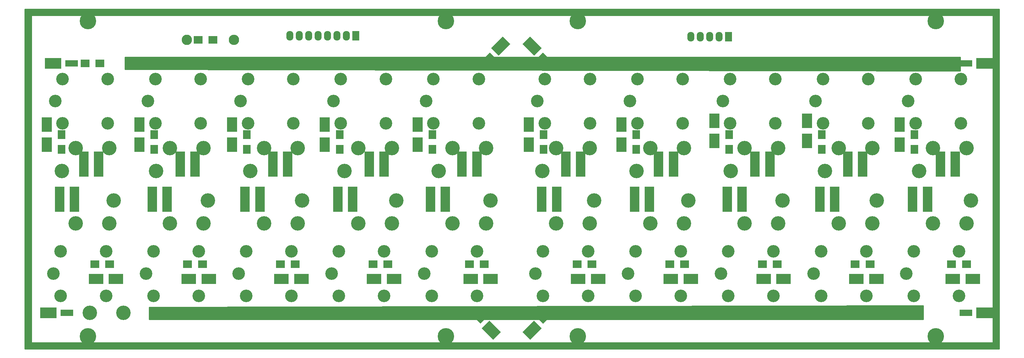
<source format=gbs>
G04 #@! TF.FileFunction,Soldermask,Bot*
%FSLAX46Y46*%
G04 Gerber Fmt 4.6, Leading zero omitted, Abs format (unit mm)*
G04 Created by KiCad (PCBNEW 4.0.6) date 08/11/17 10:43:16*
%MOMM*%
%LPD*%
G01*
G04 APERTURE LIST*
%ADD10C,0.100000*%
%ADD11C,3.400000*%
%ADD12C,4.464000*%
%ADD13C,3.900000*%
%ADD14R,2.700000X3.900000*%
%ADD15R,3.900000X2.700000*%
%ADD16R,4.400000X2.900000*%
%ADD17R,3.400000X1.700000*%
%ADD18R,2.000000X2.400000*%
%ADD19R,2.400000X2.000000*%
%ADD20C,2.800000*%
%ADD21O,2.800000X2.800000*%
%ADD22O,1.924000X2.597100*%
%ADD23R,1.924000X2.597100*%
%ADD24R,2.600000X6.750000*%
%ADD25C,0.254000*%
G04 APERTURE END LIST*
D10*
D11*
X248000000Y-101500000D03*
X248000000Y-113500000D03*
X235800000Y-113500000D03*
X235800000Y-101500000D03*
X233800000Y-107500000D03*
X173500000Y-55000000D03*
X173500000Y-67000000D03*
X161300000Y-67000000D03*
X161300000Y-55000000D03*
X159300000Y-61000000D03*
D12*
X38100000Y-39370000D03*
X38100000Y-124460000D03*
X266700000Y-39370000D03*
X266700000Y-124460000D03*
X134620000Y-124460000D03*
X134620000Y-39370000D03*
X170180000Y-39370000D03*
X170180000Y-124460000D03*
D13*
X31100000Y-79820000D03*
X45100000Y-87820000D03*
X56500000Y-79820000D03*
X70500000Y-87820000D03*
X81900000Y-79820000D03*
X95900000Y-87820000D03*
X107300000Y-79820000D03*
X121300000Y-87820000D03*
X132700000Y-79820000D03*
X146700000Y-87820000D03*
X160640000Y-79820000D03*
X174640000Y-87820000D03*
X186040000Y-79820000D03*
X200040000Y-87820000D03*
X211440000Y-79820000D03*
X225440000Y-87820000D03*
X236840000Y-79820000D03*
X250840000Y-87820000D03*
X262240000Y-79820000D03*
X276240000Y-87820000D03*
D14*
X27000000Y-67300000D03*
X27000000Y-72700000D03*
D15*
X40300000Y-109000000D03*
X45700000Y-109000000D03*
D14*
X52000000Y-67300000D03*
X52000000Y-72700000D03*
D15*
X65300000Y-109000000D03*
X70700000Y-109000000D03*
D14*
X77000000Y-67300000D03*
X77000000Y-72700000D03*
D15*
X90300000Y-109000000D03*
X95700000Y-109000000D03*
D14*
X102000000Y-67300000D03*
X102000000Y-72700000D03*
D15*
X115300000Y-109000000D03*
X120700000Y-109000000D03*
D14*
X127000000Y-67300000D03*
X127000000Y-72700000D03*
D15*
X141300000Y-109000000D03*
X146700000Y-109000000D03*
D14*
X157000000Y-67300000D03*
X157000000Y-72700000D03*
D15*
X170300000Y-109000000D03*
X175700000Y-109000000D03*
D14*
X182000000Y-67300000D03*
X182000000Y-72700000D03*
D15*
X195300000Y-109000000D03*
X200700000Y-109000000D03*
D14*
X207000000Y-66300000D03*
X207000000Y-71700000D03*
D15*
X220300000Y-109000000D03*
X225700000Y-109000000D03*
D14*
X232000000Y-66300000D03*
X232000000Y-71700000D03*
D15*
X245300000Y-109000000D03*
X250700000Y-109000000D03*
D14*
X257000000Y-67300000D03*
X257000000Y-72700000D03*
D15*
X271300000Y-109000000D03*
X276700000Y-109000000D03*
D16*
X27480000Y-118110000D03*
D17*
X32480000Y-118110000D03*
D16*
X28750000Y-50800000D03*
D17*
X33750000Y-50800000D03*
D16*
X279860000Y-50800000D03*
D17*
X274860000Y-50800000D03*
D16*
X279860000Y-118110000D03*
D17*
X274860000Y-118110000D03*
D10*
G36*
X144320380Y-122240990D02*
X146370990Y-120190380D01*
X149482260Y-123301650D01*
X147431650Y-125352260D01*
X144320380Y-122240990D01*
X144320380Y-122240990D01*
G37*
G36*
X141562664Y-118634745D02*
X142764745Y-117432664D01*
X145168908Y-119836827D01*
X143966827Y-121038908D01*
X141562664Y-118634745D01*
X141562664Y-118634745D01*
G37*
G36*
X160479620Y-46669010D02*
X158429010Y-48719620D01*
X155317740Y-45608350D01*
X157368350Y-43557740D01*
X160479620Y-46669010D01*
X160479620Y-46669010D01*
G37*
G36*
X163237336Y-50275255D02*
X162035255Y-51477336D01*
X159631092Y-49073173D01*
X160833173Y-47871092D01*
X163237336Y-50275255D01*
X163237336Y-50275255D01*
G37*
G36*
X148910990Y-48719620D02*
X146860380Y-46669010D01*
X149971650Y-43557740D01*
X152022260Y-45608350D01*
X148910990Y-48719620D01*
X148910990Y-48719620D01*
G37*
G36*
X145304745Y-51477336D02*
X144102664Y-50275255D01*
X146506827Y-47871092D01*
X147708908Y-49073173D01*
X145304745Y-51477336D01*
X145304745Y-51477336D01*
G37*
G36*
X158429010Y-120190380D02*
X160479620Y-122240990D01*
X157368350Y-125352260D01*
X155317740Y-123301650D01*
X158429010Y-120190380D01*
X158429010Y-120190380D01*
G37*
G36*
X162035255Y-117432664D02*
X163237336Y-118634745D01*
X160833173Y-121038908D01*
X159631092Y-119836827D01*
X162035255Y-117432664D01*
X162035255Y-117432664D01*
G37*
D18*
X31000000Y-74000000D03*
X31000000Y-70000000D03*
D19*
X69000000Y-105000000D03*
X65000000Y-105000000D03*
D18*
X81000000Y-74000000D03*
X81000000Y-70000000D03*
X106000000Y-74000000D03*
X106000000Y-70000000D03*
X131000000Y-74000000D03*
X131000000Y-70000000D03*
X161000000Y-74000000D03*
X161000000Y-70000000D03*
X186000000Y-74000000D03*
X186000000Y-70000000D03*
X211000000Y-74000000D03*
X211000000Y-70000000D03*
X236000000Y-74000000D03*
X236000000Y-70000000D03*
X261000000Y-74000000D03*
X261000000Y-70000000D03*
D19*
X41370000Y-50800000D03*
X37370000Y-50800000D03*
X44000000Y-105000000D03*
X40000000Y-105000000D03*
D18*
X56000000Y-74000000D03*
X56000000Y-70000000D03*
D19*
X94000000Y-105000000D03*
X90000000Y-105000000D03*
X119000000Y-105000000D03*
X115000000Y-105000000D03*
X145000000Y-105000000D03*
X141000000Y-105000000D03*
X174000000Y-105000000D03*
X170000000Y-105000000D03*
X199000000Y-105000000D03*
X195000000Y-105000000D03*
X224000000Y-105000000D03*
X220000000Y-105000000D03*
X249000000Y-105000000D03*
X245000000Y-105000000D03*
X275000000Y-105000000D03*
X271000000Y-105000000D03*
D13*
X47680000Y-118110000D03*
X38680000Y-118110000D03*
X34870000Y-93980000D03*
X43870000Y-93980000D03*
X34870000Y-73660000D03*
X43870000Y-73660000D03*
X60270000Y-93980000D03*
X69270000Y-93980000D03*
X60270000Y-73660000D03*
X69270000Y-73660000D03*
X85670000Y-93980000D03*
X94670000Y-93980000D03*
X85670000Y-73660000D03*
X94670000Y-73660000D03*
X111070000Y-93980000D03*
X120070000Y-93980000D03*
X111070000Y-73660000D03*
X120070000Y-73660000D03*
X136470000Y-93980000D03*
X145470000Y-93980000D03*
X136470000Y-73660000D03*
X145470000Y-73660000D03*
X164410000Y-93980000D03*
X173410000Y-93980000D03*
X164410000Y-73660000D03*
X173410000Y-73660000D03*
X189810000Y-93980000D03*
X198810000Y-93980000D03*
X189810000Y-73660000D03*
X198810000Y-73660000D03*
X215210000Y-93980000D03*
X224210000Y-93980000D03*
X215210000Y-73660000D03*
X224210000Y-73660000D03*
X240610000Y-93980000D03*
X249610000Y-93980000D03*
X240610000Y-73660000D03*
X249610000Y-73660000D03*
X266010000Y-93980000D03*
X275010000Y-93980000D03*
X266010000Y-73660000D03*
X275010000Y-73660000D03*
D19*
X71850000Y-44450000D03*
X67850000Y-44450000D03*
D20*
X64770000Y-44450000D03*
D21*
X77470000Y-44450000D03*
D22*
X95150000Y-43326200D03*
X100230000Y-43326200D03*
X102770000Y-43326200D03*
X105310000Y-43326200D03*
X92610000Y-43326200D03*
X97690000Y-43326200D03*
D23*
X110390000Y-43326200D03*
D22*
X107850000Y-43326200D03*
X205750000Y-43576200D03*
X200670000Y-43576200D03*
X203210000Y-43576200D03*
D23*
X210830000Y-43576200D03*
D22*
X208290000Y-43576200D03*
D11*
X43000000Y-101500000D03*
X43000000Y-113500000D03*
X30800000Y-113500000D03*
X30800000Y-101500000D03*
X28800000Y-107500000D03*
X43500000Y-55000000D03*
X43500000Y-67000000D03*
X31300000Y-67000000D03*
X31300000Y-55000000D03*
X29300000Y-61000000D03*
X68000000Y-101500000D03*
X68000000Y-113500000D03*
X55800000Y-113500000D03*
X55800000Y-101500000D03*
X53800000Y-107500000D03*
X68500000Y-55000000D03*
X68500000Y-67000000D03*
X56300000Y-67000000D03*
X56300000Y-55000000D03*
X54300000Y-61000000D03*
X93000000Y-101500000D03*
X93000000Y-113500000D03*
X80800000Y-113500000D03*
X80800000Y-101500000D03*
X78800000Y-107500000D03*
X93500000Y-55000000D03*
X93500000Y-67000000D03*
X81300000Y-67000000D03*
X81300000Y-55000000D03*
X79300000Y-61000000D03*
X118000000Y-101500000D03*
X118000000Y-113500000D03*
X105800000Y-113500000D03*
X105800000Y-101500000D03*
X103800000Y-107500000D03*
X118500000Y-55000000D03*
X118500000Y-67000000D03*
X106300000Y-67000000D03*
X106300000Y-55000000D03*
X104300000Y-61000000D03*
X143000000Y-101500000D03*
X143000000Y-113500000D03*
X130800000Y-113500000D03*
X130800000Y-101500000D03*
X128800000Y-107500000D03*
X143500000Y-55000000D03*
X143500000Y-67000000D03*
X131300000Y-67000000D03*
X131300000Y-55000000D03*
X129300000Y-61000000D03*
X173000000Y-101500000D03*
X173000000Y-113500000D03*
X160800000Y-113500000D03*
X160800000Y-101500000D03*
X158800000Y-107500000D03*
X198000000Y-101500000D03*
X198000000Y-113500000D03*
X185800000Y-113500000D03*
X185800000Y-101500000D03*
X183800000Y-107500000D03*
X198500000Y-55000000D03*
X198500000Y-67000000D03*
X186300000Y-67000000D03*
X186300000Y-55000000D03*
X184300000Y-61000000D03*
X223000000Y-101500000D03*
X223000000Y-113500000D03*
X210800000Y-113500000D03*
X210800000Y-101500000D03*
X208800000Y-107500000D03*
X223500000Y-55000000D03*
X223500000Y-67000000D03*
X211300000Y-67000000D03*
X211300000Y-55000000D03*
X209300000Y-61000000D03*
X248500000Y-55000000D03*
X248500000Y-67000000D03*
X236300000Y-67000000D03*
X236300000Y-55000000D03*
X234300000Y-61000000D03*
X273000000Y-101500000D03*
X273000000Y-113500000D03*
X260800000Y-113500000D03*
X260800000Y-101500000D03*
X258800000Y-107500000D03*
X273500000Y-55000000D03*
X273500000Y-67000000D03*
X261300000Y-67000000D03*
X261300000Y-55000000D03*
X259300000Y-61000000D03*
D24*
X30500000Y-87500000D03*
X34500000Y-87500000D03*
X41000000Y-78000000D03*
X37000000Y-78000000D03*
X55500000Y-87500000D03*
X59500000Y-87500000D03*
X67000000Y-78000000D03*
X63000000Y-78000000D03*
X80500000Y-87500000D03*
X84500000Y-87500000D03*
X92000000Y-78000000D03*
X88000000Y-78000000D03*
X105500000Y-87500000D03*
X109500000Y-87500000D03*
X118000000Y-78000000D03*
X114000000Y-78000000D03*
X130500000Y-87500000D03*
X134500000Y-87500000D03*
X143000000Y-78000000D03*
X139000000Y-78000000D03*
X160500000Y-87500000D03*
X164500000Y-87500000D03*
X171000000Y-78000000D03*
X167000000Y-78000000D03*
X185500000Y-87500000D03*
X189500000Y-87500000D03*
X196000000Y-78000000D03*
X192000000Y-78000000D03*
X210500000Y-87500000D03*
X214500000Y-87500000D03*
X222000000Y-78000000D03*
X218000000Y-78000000D03*
X235500000Y-87500000D03*
X239500000Y-87500000D03*
X247000000Y-78000000D03*
X243000000Y-78000000D03*
X260500000Y-87500000D03*
X264500000Y-87500000D03*
X272000000Y-78000000D03*
X268000000Y-78000000D03*
D25*
G36*
X283873000Y-127873000D02*
X21127000Y-127873000D01*
X21127000Y-38000000D01*
X22873000Y-38000000D01*
X22873000Y-126000000D01*
X22883006Y-126049410D01*
X22911447Y-126091035D01*
X22953841Y-126118315D01*
X23000000Y-126127000D01*
X282000000Y-126127000D01*
X282049410Y-126116994D01*
X282091035Y-126088553D01*
X282118315Y-126046159D01*
X282127000Y-126000000D01*
X282127000Y-38000000D01*
X282116994Y-37950590D01*
X282088553Y-37908965D01*
X282046159Y-37881685D01*
X282000000Y-37873000D01*
X23000000Y-37873000D01*
X22950590Y-37883006D01*
X22908965Y-37911447D01*
X22881685Y-37953841D01*
X22873000Y-38000000D01*
X21127000Y-38000000D01*
X21127000Y-36127000D01*
X283873000Y-36127000D01*
X283873000Y-127873000D01*
X283873000Y-127873000D01*
G37*
X283873000Y-127873000D02*
X21127000Y-127873000D01*
X21127000Y-38000000D01*
X22873000Y-38000000D01*
X22873000Y-126000000D01*
X22883006Y-126049410D01*
X22911447Y-126091035D01*
X22953841Y-126118315D01*
X23000000Y-126127000D01*
X282000000Y-126127000D01*
X282049410Y-126116994D01*
X282091035Y-126088553D01*
X282118315Y-126046159D01*
X282127000Y-126000000D01*
X282127000Y-38000000D01*
X282116994Y-37950590D01*
X282088553Y-37908965D01*
X282046159Y-37881685D01*
X282000000Y-37873000D01*
X23000000Y-37873000D01*
X22950590Y-37883006D01*
X22908965Y-37911447D01*
X22881685Y-37953841D01*
X22873000Y-38000000D01*
X21127000Y-38000000D01*
X21127000Y-36127000D01*
X283873000Y-36127000D01*
X283873000Y-127873000D01*
G36*
X263373000Y-119873000D02*
X54627000Y-119873000D01*
X54627000Y-116626697D01*
X263373000Y-116127305D01*
X263373000Y-119873000D01*
X263373000Y-119873000D01*
G37*
X263373000Y-119873000D02*
X54627000Y-119873000D01*
X54627000Y-116626697D01*
X263373000Y-116127305D01*
X263373000Y-119873000D01*
G36*
X273373000Y-52872718D02*
X48127000Y-52373281D01*
X48127000Y-49127000D01*
X273373000Y-49127000D01*
X273373000Y-52872718D01*
X273373000Y-52872718D01*
G37*
X273373000Y-52872718D02*
X48127000Y-52373281D01*
X48127000Y-49127000D01*
X273373000Y-49127000D01*
X273373000Y-52872718D01*
M02*

</source>
